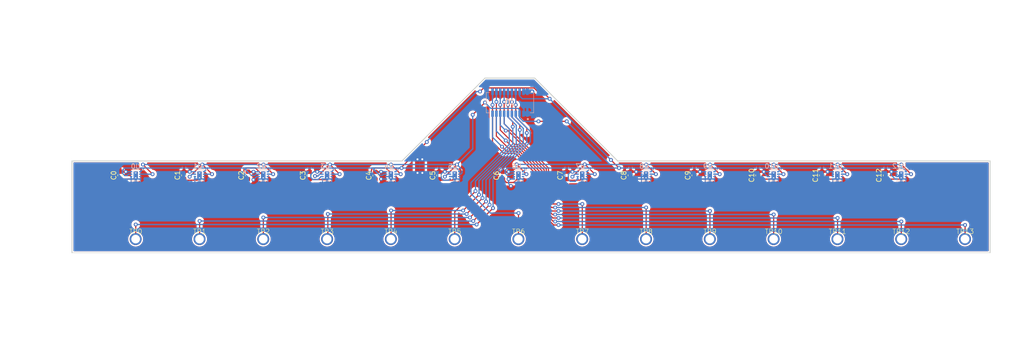
<source format=kicad_pcb>
(kicad_pcb
	(version 20240108)
	(generator "pcbnew")
	(generator_version "8.0")
	(general
		(thickness 3.01)
		(legacy_teardrops no)
	)
	(paper "A4")
	(layers
		(0 "F.Cu" signal)
		(31 "B.Cu" signal)
		(32 "B.Adhes" user "B.Adhesive")
		(33 "F.Adhes" user "F.Adhesive")
		(34 "B.Paste" user)
		(35 "F.Paste" user)
		(36 "B.SilkS" user "B.Silkscreen")
		(37 "F.SilkS" user "F.Silkscreen")
		(38 "B.Mask" user)
		(39 "F.Mask" user)
		(40 "Dwgs.User" user "User.Drawings")
		(41 "Cmts.User" user "User.Comments")
		(42 "Eco1.User" user "User.Eco1")
		(43 "Eco2.User" user "User.Eco2")
		(44 "Edge.Cuts" user)
		(45 "Margin" user)
		(46 "B.CrtYd" user "B.Courtyard")
		(47 "F.CrtYd" user "F.Courtyard")
		(48 "B.Fab" user)
		(49 "F.Fab" user)
		(50 "User.1" user)
		(51 "User.2" user)
		(52 "User.3" user)
		(53 "User.4" user)
		(54 "User.5" user)
		(55 "User.6" user)
		(56 "User.7" user)
		(57 "User.8" user)
		(58 "User.9" user)
	)
	(setup
		(stackup
			(layer "F.SilkS"
				(type "Top Silk Screen")
			)
			(layer "F.Paste"
				(type "Top Solder Paste")
			)
			(layer "F.Mask"
				(type "Top Solder Mask")
				(thickness 0.01)
			)
			(layer "F.Cu"
				(type "copper")
				(thickness 0.035)
			)
			(layer "dielectric 1"
				(type "core")
				(thickness 2.92)
				(material "FR4")
				(epsilon_r 4.5)
				(loss_tangent 0.02)
			)
			(layer "B.Cu"
				(type "copper")
				(thickness 0.035)
			)
			(layer "B.Mask"
				(type "Bottom Solder Mask")
				(thickness 0.01)
			)
			(layer "B.Paste"
				(type "Bottom Solder Paste")
			)
			(layer "B.SilkS"
				(type "Bottom Silk Screen")
			)
			(copper_finish "None")
			(dielectric_constraints no)
		)
		(pad_to_mask_clearance 0)
		(allow_soldermask_bridges_in_footprints no)
		(pcbplotparams
			(layerselection 0x00010fc_ffffffff)
			(plot_on_all_layers_selection 0x0000000_00000000)
			(disableapertmacros no)
			(usegerberextensions no)
			(usegerberattributes yes)
			(usegerberadvancedattributes yes)
			(creategerberjobfile yes)
			(dashed_line_dash_ratio 12.000000)
			(dashed_line_gap_ratio 3.000000)
			(svgprecision 4)
			(plotframeref no)
			(viasonmask no)
			(mode 1)
			(useauxorigin yes)
			(hpglpennumber 1)
			(hpglpenspeed 20)
			(hpglpendiameter 15.000000)
			(pdf_front_fp_property_popups yes)
			(pdf_back_fp_property_popups yes)
			(dxfpolygonmode yes)
			(dxfimperialunits yes)
			(dxfusepcbnewfont yes)
			(psnegative no)
			(psa4output no)
			(plotreference yes)
			(plotvalue yes)
			(plotfptext yes)
			(plotinvisibletext no)
			(sketchpadsonfab no)
			(subtractmaskfromsilk no)
			(outputformat 1)
			(mirror no)
			(drillshape 0)
			(scaleselection 1)
			(outputdirectory "./gerber")
		)
	)
	(net 0 "")
	(net 1 "GND")
	(net 2 "unconnected-(U3-ALERT-Pad3)")
	(net 3 "/SDA")
	(net 4 "+3V3")
	(net 5 "/SCL")
	(net 6 "unconnected-(U6-ALERT-Pad3)")
	(net 7 "unconnected-(U7-ALERT-Pad3)")
	(net 8 "unconnected-(U1-ALERT-Pad3)")
	(net 9 "unconnected-(U2-ALERT-Pad3)")
	(net 10 "unconnected-(U4-ALERT-Pad3)")
	(net 11 "unconnected-(U5-ALERT-Pad3)")
	(net 12 "unconnected-(U8-ALERT-Pad3)")
	(net 13 "unconnected-(U9-ALERT-Pad3)")
	(net 14 "unconnected-(U10-ALERT-Pad3)")
	(net 15 "unconnected-(U11-ALERT-Pad3)")
	(net 16 "unconnected-(U12-ALERT-Pad3)")
	(net 17 "Net-(J0-Pin_13)")
	(net 18 "Net-(J0-Pin_8)")
	(net 19 "Net-(J0-Pin_17)")
	(net 20 "Net-(J0-Pin_7)")
	(net 21 "Net-(J0-Pin_15)")
	(net 22 "Net-(J0-Pin_20)")
	(net 23 "Net-(J0-Pin_12)")
	(net 24 "Net-(J0-Pin_9)")
	(net 25 "Net-(J0-Pin_11)")
	(net 26 "Net-(J0-Pin_10)")
	(net 27 "Net-(J0-Pin_14)")
	(net 28 "Net-(J0-Pin_16)")
	(net 29 "Net-(J0-Pin_19)")
	(net 30 "Net-(J0-Pin_18)")
	(net 31 "unconnected-(U0-ALERT-Pad3)")
	(footprint "Capacitor_SMD:C_0603_1608Metric" (layer "F.Cu") (at 81.17 91.34 -90))
	(footprint "MV_Abnehmerplatine:0926-0-15-20-76-14-11-0" (layer "F.Cu") (at 150.38 104.54))
	(footprint "MV_Abnehmerplatine:0926-0-15-20-76-14-11-0" (layer "F.Cu") (at 216.4 104.54))
	(footprint "MV_Abnehmerplatine:0926-0-15-20-76-14-11-0" (layer "F.Cu") (at 229.59 104.54))
	(footprint "Capacitor_SMD:C_0603_1608Metric" (layer "F.Cu") (at 107.14 91.37 -90))
	(footprint "Capacitor_SMD:C_0603_1608Metric" (layer "F.Cu") (at 120.76 91.38 -90))
	(footprint "MV_Abnehmerplatine:0926-0-15-20-76-14-11-0" (layer "F.Cu") (at 84.4 104.54))
	(footprint "MV_Abnehmerplatine:0926-0-15-20-76-14-11-0" (layer "F.Cu") (at 71.18 104.54))
	(footprint "Capacitor_SMD:C_0603_1608Metric" (layer "F.Cu") (at 94.37 91.34 -90))
	(footprint "Capacitor_SMD:C_0603_1608Metric" (layer "F.Cu") (at 160.37 91.34 -90))
	(footprint "MV_Abnehmerplatine:0926-0-15-20-76-14-11-0" (layer "F.Cu") (at 163.58 104.54))
	(footprint "MV_Abnehmerplatine:0926-0-15-20-76-14-11-0" (layer "F.Cu") (at 203.19 104.54))
	(footprint "Capacitor_SMD:C_0603_1608Metric" (layer "F.Cu") (at 133.96 91.355 -90))
	(footprint "Capacitor_SMD:C_0603_1608Metric" (layer "F.Cu") (at 199.97 91.34 -90))
	(footprint "MV_Abnehmerplatine:0926-0-15-20-76-14-11-0" (layer "F.Cu") (at 137.19 104.54))
	(footprint "MV_Abnehmerplatine:0926-0-15-20-76-14-11-0" (layer "F.Cu") (at 242.79 104.53))
	(footprint "MV_Abnehmerplatine:0926-0-15-20-76-14-11-0" (layer "F.Cu") (at 176.79 104.54))
	(footprint "MV_Abnehmerplatine:0926-0-15-20-76-14-11-0" (layer "F.Cu") (at 189.99 104.54))
	(footprint "Capacitor_SMD:C_0603_1608Metric" (layer "F.Cu") (at 147.16 91.38 -90))
	(footprint "MV_Abnehmerplatine:0926-0-15-20-76-14-11-0" (layer "F.Cu") (at 110.8 104.54))
	(footprint "Capacitor_SMD:C_0603_1608Metric" (layer "F.Cu") (at 213.17 91.34 -90))
	(footprint "Capacitor_SMD:C_0603_1608Metric" (layer "F.Cu") (at 67.97 91.34 -90))
	(footprint "Capacitor_SMD:C_0603_1608Metric" (layer "F.Cu") (at 226.37 91.34 -90))
	(footprint "Capacitor_SMD:C_0603_1608Metric" (layer "F.Cu") (at 186.77 91.34 -90))
	(footprint "MV_Abnehmerplatine:0926-0-15-20-76-14-11-0" (layer "F.Cu") (at 97.58 104.54))
	(footprint "Capacitor_SMD:C_0603_1608Metric" (layer "F.Cu") (at 173.57 91.34 -90))
	(footprint "MV_Abnehmerplatine:0926-0-15-20-76-14-11-0" (layer "F.Cu") (at 123.99 104.54))
	(footprint "Package_SON:WSON-8-1EP_2x2mm_P0.5mm_EP0.9x1.6mm_ThermalVias" (layer "B.Cu") (at 163.57 91.34 180))
	(footprint "Package_SON:WSON-8-1EP_2x2mm_P0.5mm_EP0.9x1.6mm_ThermalVias" (layer "B.Cu") (at 110.77 91.34 180))
	(footprint "Package_SON:WSON-8-1EP_2x2mm_P0.5mm_EP0.9x1.6mm_ThermalVias" (layer "B.Cu") (at 97.57 91.34 180))
	(footprint "Package_SON:WSON-8-1EP_2x2mm_P0.5mm_EP0.9x1.6mm_ThermalVias" (layer "B.Cu") (at 203.17 91.34 180))
	(footprint "MV_Abnehmerplatine:533092070" (layer "B.Cu") (at 148.61 76.27))
	(footprint "Package_SON:WSON-8-1EP_2x2mm_P0.5mm_EP0.9x1.6mm_ThermalVias" (layer "B.Cu") (at 123.97 91.34 180))
	(footprint "Package_SON:WSON-8-1EP_2x2mm_P0.5mm_EP0.9x1.6mm_ThermalVias" (layer "B.Cu") (at 150.37 91.34 180))
	(footprint "Package_SON:WSON-8-1EP_2x2mm_P0.5mm_EP0.9x1.6mm_ThermalVias" (layer "B.Cu") (at 84.37 91.34 180))
	(footprint "Package_SON:WSON-8-1EP_2x2mm_P0.5mm_EP0.9x1.6mm_ThermalVias" (layer "B.Cu") (at 229.57 91.34 180))
	(footprint "Package_SON:WSON-8-1EP_2x2mm_P0.5mm_EP0.9x1.6mm_ThermalVias" (layer "B.Cu") (at 176.77 91.34 180))
	(footprint "Package_SON:WSON-8-1EP_2x2mm_P0.5mm_EP0.9x1.6mm_ThermalVias" (layer "B.Cu") (at 137.17 91.34 180))
	(footprint "Package_SON:WSON-8-1EP_2x2mm_P0.5mm_EP0.9x1.6mm_ThermalVias" (layer "B.Cu") (at 216.37 91.34 180))
	(footprint "Package_SON:WSON-8-1EP_2x2mm_P0.5mm_EP0.9x1.6mm_ThermalVias" (layer "B.Cu") (at 189.97 91.34 180))
	(footprint "Package_SON:WSON-8-1EP_2x2mm_P0.5mm_EP0.9x1.6mm_ThermalVias" (layer "B.Cu") (at 71.17 91.34 180))
	(gr_line
		(start 50 91.35)
		(end 250 91.35)
		(locked yes)
		(stroke
			(width 0.15)
			(type default)
		)
		(layer "Cmts.User")
		(uuid "5b92f1d5-eb1a-4bb5-ab42-c6270c34c2c5")
	)
	(gr_line
		(start 153.736292 71.183146)
		(end 169.738765 87.185619)
		(stroke
			(width 0.2)
			(type default)
		)
		(layer "Edge.Cuts")
		(uuid "3474e03e-9c59-4b26-9805-fea78c9cb3b1")
	)
	(gr_line
		(start 57.99 88.36)
		(end 126.27406 88.36)
		(stroke
			(width 0.2)
			(type default)
		)
		(layer "Edge.Cuts")
		(uuid "39989033-ed98-43d4-96ce-d1ae11eb40b9")
	)
	(gr_line
		(start 127.447527 87.185619)
		(end 126.27406 88.359086)
		(stroke
			(width 0.2)
			(type default)
		)
		(layer "Edge.Cuts")
		(uuid "595b811e-157a-4776-8c23-8f72fd95963f")
	)
	(gr_line
		(start 127.447527 87.185619)
		(end 143.45 71.183146)
		(stroke
			(width 0.2)
			(type default)
		)
		(layer "Edge.Cuts")
		(uuid "6604ef34-74fa-4611-956e-a3a7da571505")
	)
	(gr_line
		(start 169.738765 87.185619)
		(end 170.913146 88.36)
		(stroke
			(width 0.2)
			(type default)
		)
		(layer "Edge.Cuts")
		(uuid "741b9143-e585-413f-97a4-f98a2a6e8ab5")
	)
	(gr_line
		(start 247.97 88.36)
		(end 247.97 107.36)
		(stroke
			(width 0.2)
			(type default)
		)
		(layer "Edge.Cuts")
		(uuid "8b4e0f04-eab8-49d7-afe3-acb8ed676773")
	)
	(gr_line
		(start 170.913146 88.36)
		(end 247.97 88.36)
		(stroke
			(width 0.2)
			(type default)
		)
		(layer "Edge.Cuts")
		(uuid "98b4eb3f-ffa5-4f5d-8f41-23f64eb85705")
	)
	(gr_line
		(start 143.45 71.183146)
		(end 153.736292 71.183146)
		(stroke
			(width 0.2)
			(type default)
		)
		(layer "Edge.Cuts")
		(uuid "9e5facd3-b9bc-4426-a184-c402387eb747")
	)
	(gr_line
		(start 57.99 107.36)
		(end 57.99 88.36)
		(stroke
			(width 0.2)
			(type default)
		)
		(layer "Edge.Cuts")
		(uuid "a83d0258-c7b2-43dc-abd5-95051bbedc64")
	)
	(gr_line
		(start 247.97 107.36)
		(end 57.99 107.36)
		(stroke
			(width 0.1)
			(type default)
		)
		(layer "Edge.Cuts")
		(uuid "f1a46ec7-11fe-4b82-af46-d86ee42b880b")
	)
	(dimension
		(type aligned)
		(locked yes)
		(layer "Cmts.User")
		(uuid "068a510c-9f5c-462b-9f4e-15ccf8576a8a")
		(pts
			(xy 189.969998 91.31) (xy 203.169998 91.31)
		)
		(height 10.6)
		(gr_text "13.2000 mm"
			(locked yes)
			(at 196.569998 100.76 0)
			(layer "Cmts.User")
			(uuid "068a510c-9f5c-462b-9f4e-15ccf8576a8a")
			(effects
				(font
					(size 1 1)
					(thickness 0.15)
				)
			)
		)
		(format
			(prefix "")
			(suffix "")
			(units 3)
			(units_format 1)
			(precision 4)
		)
		(style
			(thickness 0.15)
			(arrow_length 1.27)
			(text_position_mode 0)
			(extension_height 0.58642)
			(extension_offset 0.5) keep_text_aligned)
	)
	(dimension
		(type aligned)
		(layer "Cmts.User")
		(uuid "1fb3fbf1-ca7c-4293-9a7a-8926cff25138")
		(pts
			(xy 71.18 88.357192) (xy 71.18 104.56)
		)
		(height 17.338146)
		(gr_text "16.2028 mm"
			(at 52.691854 96.458596 90)
			(layer "Cmts.User")
			(uuid "1fb3fbf1-ca7c-4293-9a7a-8926cff25138")
			(effects
				(font
					(size 1 1)
					(thickness 0.15)
				)
			)
		)
		(format
			(prefix "")
			(suffix "")
			(units 3)
			(units_format 1)
			(precision 4)
		)
		(style
			(thickness 0.15)
			(arrow_length 1.27)
			(text_position_mode 0)
			(extension_height 0.58642)
			(extension_offset 0.5) keep_text_aligned)
	)
	(dimension
		(type aligned)
		(locked yes)
		(layer "Cmts.User")
		(uuid "3ea60687-df0c-423b-a540-877313e19b63")
		(pts
			(xy 71.169998 91.31) (xy 84.369998 91.31)
		)
		(height 10.6)
		(gr_text "13.2000 mm"
			(locked yes)
			(at 77.769998 100.76 0)
			(layer "Cmts.User")
			(uuid "3ea60687-df0c-423b-a540-877313e19b63")
			(effects
				(font
					(size 1 1)
					(thickness 0.15)
				)
			)
		)
		(format
			(prefix "")
			(suffix "")
			(units 3)
			(units_format 1)
			(precision 4)
		)
		(style
			(thickness 0.15)
			(arrow_length 1.27)
			(text_position_mode 0)
			(extension_height 0.58642)
			(extension_offset 0.5) keep_text_aligned)
	)
	(dimension
		(type aligned)
		(locked yes)
		(layer "Cmts.User")
		(uuid "4bd4662b-31fb-4613-962b-f75994b3ad9e")
		(pts
			(xy 58 88.35) (xy 58 91.35)
		)
		(height 9.3)
		(gr_text "3.0000 mm"
			(locked yes)
			(at 47.55 89.85 90)
			(layer "Cmts.User")
			(uuid "4bd4662b-31fb-4613-962b-f75994b3ad9e")
			(effects
				(font
					(size 1 1)
					(thickness 0.15)
				)
			)
		)
		(format
			(prefix "")
			(suffix "")
			(units 3)
			(units_format 1)
			(precision 4)
		)
		(style
			(thickness 0.15)
			(arrow_length 1.27)
			(text_position_mode 0)
			(extension_height 0.58642)
			(extension_offset 0.5) keep_text_aligned)
	)
	(dimension
		(type aligned)
		(locked yes)
		(layer "Cmts.User")
		(uuid "591a2710-5c54-4b8b-9b93-963b220852bc")
		(pts
			(xy 123.969998 91.31) (xy 137.169998 91.31)
		)
		(height 10.600075)
		(gr_text "13.2000 mm"
			(locked yes)
			(at 130.569998 100.760075 0)
			(layer "Cmts.User")
			(uuid "591a2710-5c54-4b8b-9b93-963b220852bc")
			(effects
				(font
					(size 1 1)
					(thickness 0.15)
				)
			)
		)
		(format
			(prefix "")
			(suffix "")
			(units 3)
			(units_format 1)
			(precision 4)
		)
		(style
			(thickness 0.15)
			(arrow_length 1.27)
			(text_position_mode 0)
			(extension_height 0.58642)
			(extension_offset 0.5) keep_text_aligned)
	)
	(dimension
		(type aligned)
		(locked yes)
		(layer "Cmts.User")
		(uuid "616d8e98-32a5-4225-8d4a-cda0e3255fc4")
		(pts
			(xy 216.369998 91.31) (xy 229.569998 91.31)
		)
		(height 10.6)
		(gr_text "13.2000 mm"
			(locked yes)
			(at 222.969998 100.76 0)
			(layer "Cmts.User")
			(uuid "616d8e98-32a5-4225-8d4a-cda0e3255fc4")
			(effects
				(font
					(size 1 1)
					(thickness 0.15)
				)
			)
		)
		(format
			(prefix "")
			(suffix "")
			(units 3)
			(units_format 1)
			(precision 4)
		)
		(style
			(thickness 0.15)
			(arrow_length 1.27)
			(text_position_mode 0)
			(extension_height 0.58642)
			(extension_offset 0.5) keep_text_aligned)
	)
	(dimension
		(type aligned)
		(locked yes)
		(layer "Cmts.User")
		(uuid "6f18ca94-8a9a-49e3-8d2e-80cb259ac1e7")
		(pts
			(xy 203.169998 91.31) (xy 216.369998 91.31)
		)
		(height 10.6)
		(gr_text "13.2000 mm"
			(locked yes)
			(at 209.769998 100.76 0)
			(layer "Cmts.User")
			(uuid "6f18ca94-8a9a-49e3-8d2e-80cb259ac1e7")
			(effects
				(font
					(size 1 1)
					(thickness 0.15)
				)
			)
		)
		(format
			(prefix "")
			(suffix "")
			(units 3)
			(units_format 1)
			(precision 4)
		)
		(style
			(thickness 0.15)
			(arrow_length 1.27)
			(text_position_mode 0)
			(extension_height 0.58642)
			(extension_offset 0.5) keep_text_aligned)
	)
	(dimension
		(type aligned)
		(locked yes)
		(layer "Cmts.User")
		(uuid "73a0be0d-1e52-4df0-ad8b-03dd85a5f485")
		(pts
			(xy 163.569998 91.31) (xy 176.769998 91.31)
		)
		(height 10.6)
		(gr_text "13.2000 mm"
			(locked yes)
			(at 170.169998 100.76 0)
			(layer "Cmts.User")

... [363723 chars truncated]
</source>
